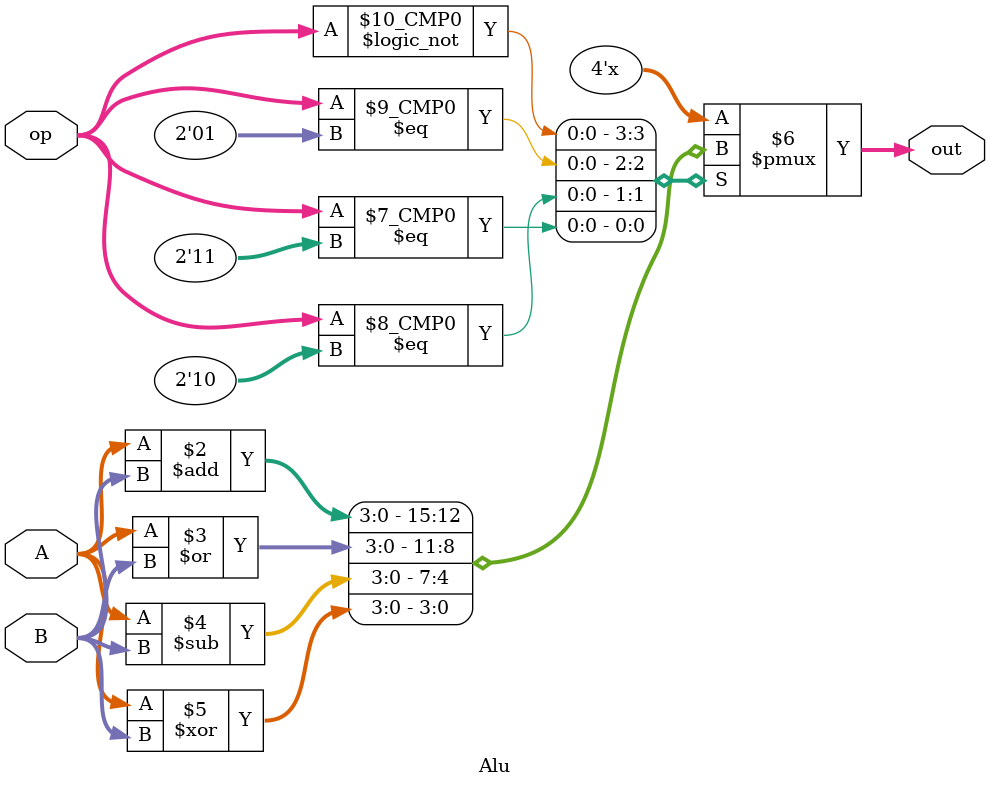
<source format=v>
module Alu(A, B, op, out);

parameter W1 = 4;
input [W1-1: 0] A, B;
output reg [W1-1: 0] out;
input [1:0] op;

always @(*) begin
    case (op)
        2'b00: out = A + B;
        2'b01: out = A | B;
        2'b10: out = A - B;
        2'b11: out = A ^ B;
    endcase
end


endmodule
</source>
